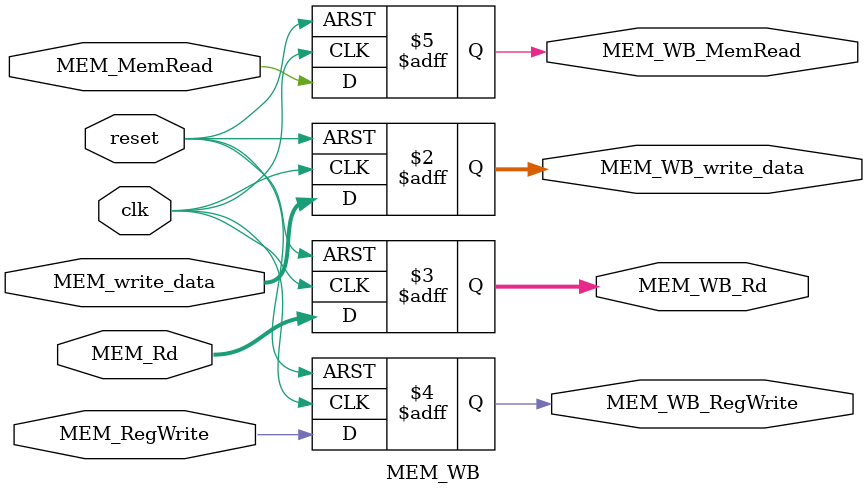
<source format=v>
`timescale 1ns / 1ps


module MEM_WB(
        clk,
        reset,
        MEM_write_data,
        MEM_Rd, // register write address
        MEM_RegWrite,
        MEM_MemRead, // 判断该指令在MEM阶段是否读mem
        MEM_WB_write_data,
        MEM_WB_Rd,
        MEM_WB_RegWrite,
        MEM_WB_MemRead
    );
    input clk, reset;
    input [31:0] MEM_write_data;
    input [4:0] MEM_Rd;
    input MEM_RegWrite, MEM_MemRead;

    output reg [31:0] MEM_WB_write_data; // write to register file
    output reg [4:0] MEM_WB_Rd;
    output reg MEM_WB_RegWrite, MEM_WB_MemRead;

    always @(posedge clk or posedge reset) begin
        if(reset) begin
            MEM_WB_write_data<=32'b0;
            MEM_WB_Rd<=5'b0;
            MEM_WB_RegWrite<=0;
            MEM_WB_MemRead<=0;
        end
        else begin
            MEM_WB_write_data<=MEM_write_data;
            MEM_WB_Rd<=MEM_Rd;
            MEM_WB_RegWrite<=MEM_RegWrite;
            MEM_WB_MemRead<=MEM_MemRead;
        end
    end

endmodule

</source>
